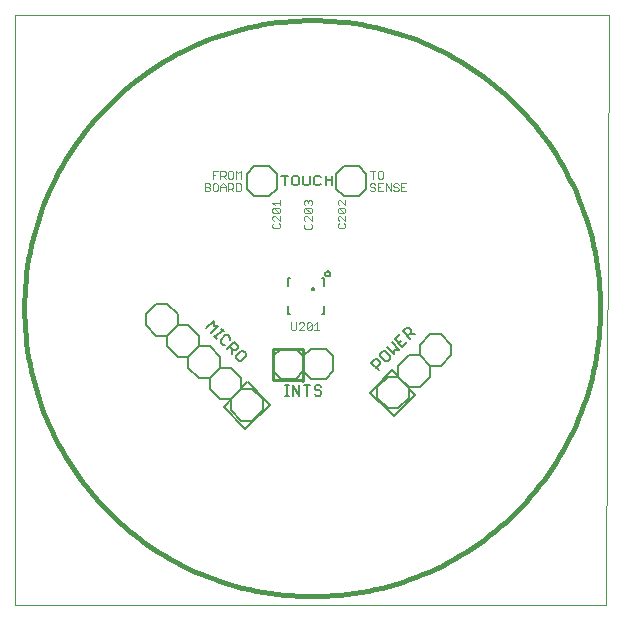
<source format=gto>
G75*
%MOIN*%
%OFA0B0*%
%FSLAX24Y24*%
%IPPOS*%
%LPD*%
%AMOC8*
5,1,8,0,0,1.08239X$1,22.5*
%
%ADD10C,0.0000*%
%ADD11C,0.0160*%
%ADD12C,0.0030*%
%ADD13C,0.0080*%
%ADD14C,0.0060*%
%ADD15C,0.0020*%
%ADD16C,0.0100*%
%ADD17C,0.0070*%
%ADD18C,0.0050*%
D10*
X000112Y000100D02*
X000100Y019777D01*
X019899Y019789D01*
X019797Y000100D01*
X000112Y000100D01*
D11*
X000411Y010000D02*
X000414Y010236D01*
X000423Y010471D01*
X000437Y010706D01*
X000457Y010941D01*
X000483Y011175D01*
X000515Y011409D01*
X000552Y011641D01*
X000595Y011873D01*
X000644Y012104D01*
X000699Y012333D01*
X000759Y012561D01*
X000824Y012787D01*
X000896Y013012D01*
X000972Y013234D01*
X001054Y013455D01*
X001142Y013674D01*
X001235Y013891D01*
X001333Y014105D01*
X001436Y014317D01*
X001545Y014526D01*
X001658Y014732D01*
X001777Y014936D01*
X001901Y015137D01*
X002029Y015334D01*
X002162Y015528D01*
X002300Y015719D01*
X002443Y015907D01*
X002590Y016091D01*
X002742Y016271D01*
X002898Y016448D01*
X003059Y016620D01*
X003223Y016789D01*
X003392Y016953D01*
X003564Y017114D01*
X003741Y017270D01*
X003921Y017422D01*
X004105Y017569D01*
X004293Y017712D01*
X004484Y017850D01*
X004678Y017983D01*
X004875Y018111D01*
X005076Y018235D01*
X005280Y018354D01*
X005486Y018467D01*
X005695Y018576D01*
X005907Y018679D01*
X006121Y018777D01*
X006338Y018870D01*
X006557Y018958D01*
X006778Y019040D01*
X007000Y019116D01*
X007225Y019188D01*
X007451Y019253D01*
X007679Y019313D01*
X007908Y019368D01*
X008139Y019417D01*
X008371Y019460D01*
X008603Y019497D01*
X008837Y019529D01*
X009071Y019555D01*
X009306Y019575D01*
X009541Y019589D01*
X009776Y019598D01*
X010012Y019601D01*
X010248Y019598D01*
X010483Y019589D01*
X010718Y019575D01*
X010953Y019555D01*
X011187Y019529D01*
X011421Y019497D01*
X011653Y019460D01*
X011885Y019417D01*
X012116Y019368D01*
X012345Y019313D01*
X012573Y019253D01*
X012799Y019188D01*
X013024Y019116D01*
X013246Y019040D01*
X013467Y018958D01*
X013686Y018870D01*
X013903Y018777D01*
X014117Y018679D01*
X014329Y018576D01*
X014538Y018467D01*
X014744Y018354D01*
X014948Y018235D01*
X015149Y018111D01*
X015346Y017983D01*
X015540Y017850D01*
X015731Y017712D01*
X015919Y017569D01*
X016103Y017422D01*
X016283Y017270D01*
X016460Y017114D01*
X016632Y016953D01*
X016801Y016789D01*
X016965Y016620D01*
X017126Y016448D01*
X017282Y016271D01*
X017434Y016091D01*
X017581Y015907D01*
X017724Y015719D01*
X017862Y015528D01*
X017995Y015334D01*
X018123Y015137D01*
X018247Y014936D01*
X018366Y014732D01*
X018479Y014526D01*
X018588Y014317D01*
X018691Y014105D01*
X018789Y013891D01*
X018882Y013674D01*
X018970Y013455D01*
X019052Y013234D01*
X019128Y013012D01*
X019200Y012787D01*
X019265Y012561D01*
X019325Y012333D01*
X019380Y012104D01*
X019429Y011873D01*
X019472Y011641D01*
X019509Y011409D01*
X019541Y011175D01*
X019567Y010941D01*
X019587Y010706D01*
X019601Y010471D01*
X019610Y010236D01*
X019613Y010000D01*
X019610Y009764D01*
X019601Y009529D01*
X019587Y009294D01*
X019567Y009059D01*
X019541Y008825D01*
X019509Y008591D01*
X019472Y008359D01*
X019429Y008127D01*
X019380Y007896D01*
X019325Y007667D01*
X019265Y007439D01*
X019200Y007213D01*
X019128Y006988D01*
X019052Y006766D01*
X018970Y006545D01*
X018882Y006326D01*
X018789Y006109D01*
X018691Y005895D01*
X018588Y005683D01*
X018479Y005474D01*
X018366Y005268D01*
X018247Y005064D01*
X018123Y004863D01*
X017995Y004666D01*
X017862Y004472D01*
X017724Y004281D01*
X017581Y004093D01*
X017434Y003909D01*
X017282Y003729D01*
X017126Y003552D01*
X016965Y003380D01*
X016801Y003211D01*
X016632Y003047D01*
X016460Y002886D01*
X016283Y002730D01*
X016103Y002578D01*
X015919Y002431D01*
X015731Y002288D01*
X015540Y002150D01*
X015346Y002017D01*
X015149Y001889D01*
X014948Y001765D01*
X014744Y001646D01*
X014538Y001533D01*
X014329Y001424D01*
X014117Y001321D01*
X013903Y001223D01*
X013686Y001130D01*
X013467Y001042D01*
X013246Y000960D01*
X013024Y000884D01*
X012799Y000812D01*
X012573Y000747D01*
X012345Y000687D01*
X012116Y000632D01*
X011885Y000583D01*
X011653Y000540D01*
X011421Y000503D01*
X011187Y000471D01*
X010953Y000445D01*
X010718Y000425D01*
X010483Y000411D01*
X010248Y000402D01*
X010012Y000399D01*
X009776Y000402D01*
X009541Y000411D01*
X009306Y000425D01*
X009071Y000445D01*
X008837Y000471D01*
X008603Y000503D01*
X008371Y000540D01*
X008139Y000583D01*
X007908Y000632D01*
X007679Y000687D01*
X007451Y000747D01*
X007225Y000812D01*
X007000Y000884D01*
X006778Y000960D01*
X006557Y001042D01*
X006338Y001130D01*
X006121Y001223D01*
X005907Y001321D01*
X005695Y001424D01*
X005486Y001533D01*
X005280Y001646D01*
X005076Y001765D01*
X004875Y001889D01*
X004678Y002017D01*
X004484Y002150D01*
X004293Y002288D01*
X004105Y002431D01*
X003921Y002578D01*
X003741Y002730D01*
X003564Y002886D01*
X003392Y003047D01*
X003223Y003211D01*
X003059Y003380D01*
X002898Y003552D01*
X002742Y003729D01*
X002590Y003909D01*
X002443Y004093D01*
X002300Y004281D01*
X002162Y004472D01*
X002029Y004666D01*
X001901Y004863D01*
X001777Y005064D01*
X001658Y005268D01*
X001545Y005474D01*
X001436Y005683D01*
X001333Y005895D01*
X001235Y006109D01*
X001142Y006326D01*
X001054Y006545D01*
X000972Y006766D01*
X000896Y006988D01*
X000824Y007213D01*
X000759Y007439D01*
X000699Y007667D01*
X000644Y007896D01*
X000595Y008127D01*
X000552Y008359D01*
X000515Y008591D01*
X000483Y008825D01*
X000457Y009059D01*
X000437Y009294D01*
X000423Y009529D01*
X000414Y009764D01*
X000411Y010000D01*
D12*
X008687Y012707D02*
X008728Y012665D01*
X008895Y012665D01*
X008937Y012707D01*
X008937Y012790D01*
X008895Y012832D01*
X008937Y012923D02*
X008770Y013090D01*
X008728Y013090D01*
X008687Y013048D01*
X008687Y012965D01*
X008728Y012923D01*
X008728Y012832D02*
X008687Y012790D01*
X008687Y012707D01*
X008937Y012923D02*
X008937Y013090D01*
X008895Y013181D02*
X008728Y013181D01*
X008687Y013222D01*
X008687Y013306D01*
X008728Y013347D01*
X008895Y013181D01*
X008937Y013222D01*
X008937Y013306D01*
X008895Y013347D01*
X008728Y013347D01*
X008770Y013438D02*
X008687Y013522D01*
X008937Y013522D01*
X008937Y013605D02*
X008937Y013438D01*
X009747Y013470D02*
X009747Y013554D01*
X009788Y013595D01*
X009830Y013595D01*
X009872Y013554D01*
X009913Y013595D01*
X009955Y013595D01*
X009997Y013554D01*
X009997Y013470D01*
X009955Y013428D01*
X009955Y013337D02*
X009997Y013296D01*
X009997Y013212D01*
X009955Y013171D01*
X009788Y013337D01*
X009955Y013337D01*
X009955Y013171D02*
X009788Y013171D01*
X009747Y013212D01*
X009747Y013296D01*
X009788Y013337D01*
X009788Y013428D02*
X009747Y013470D01*
X009872Y013512D02*
X009872Y013554D01*
X009830Y013080D02*
X009788Y013080D01*
X009747Y013038D01*
X009747Y012955D01*
X009788Y012913D01*
X009788Y012822D02*
X009747Y012780D01*
X009747Y012697D01*
X009788Y012655D01*
X009955Y012655D01*
X009997Y012697D01*
X009997Y012780D01*
X009955Y012822D01*
X009997Y012913D02*
X009830Y013080D01*
X009997Y013080D02*
X009997Y012913D01*
X010867Y012965D02*
X010908Y012923D01*
X010867Y012965D02*
X010867Y013048D01*
X010908Y013090D01*
X010950Y013090D01*
X011117Y012923D01*
X011117Y013090D01*
X011075Y013181D02*
X010908Y013181D01*
X010867Y013222D01*
X010867Y013306D01*
X010908Y013347D01*
X011075Y013181D01*
X011117Y013222D01*
X011117Y013306D01*
X011075Y013347D01*
X010908Y013347D01*
X010908Y013438D02*
X010867Y013480D01*
X010867Y013564D01*
X010908Y013605D01*
X010950Y013605D01*
X011117Y013438D01*
X011117Y013605D01*
X011075Y012832D02*
X011117Y012790D01*
X011117Y012707D01*
X011075Y012665D01*
X010908Y012665D01*
X010867Y012707D01*
X010867Y012790D01*
X010908Y012832D01*
X010164Y009525D02*
X010164Y009275D01*
X010247Y009275D02*
X010080Y009275D01*
X009989Y009317D02*
X009989Y009484D01*
X009822Y009317D01*
X009864Y009275D01*
X009948Y009275D01*
X009989Y009317D01*
X010080Y009442D02*
X010164Y009525D01*
X009989Y009484D02*
X009948Y009525D01*
X009864Y009525D01*
X009822Y009484D01*
X009822Y009317D01*
X009731Y009275D02*
X009565Y009275D01*
X009731Y009442D01*
X009731Y009484D01*
X009690Y009525D01*
X009606Y009525D01*
X009565Y009484D01*
X009474Y009525D02*
X009474Y009317D01*
X009432Y009275D01*
X009349Y009275D01*
X009307Y009317D01*
X009307Y009525D01*
D13*
X010447Y011150D02*
X010449Y011168D01*
X010454Y011185D01*
X010463Y011200D01*
X010475Y011213D01*
X010489Y011224D01*
X010506Y011231D01*
X010523Y011235D01*
X010541Y011235D01*
X010558Y011231D01*
X010574Y011224D01*
X010589Y011213D01*
X010601Y011200D01*
X010610Y011185D01*
X010615Y011168D01*
X010617Y011150D01*
X010615Y011132D01*
X010610Y011115D01*
X010601Y011100D01*
X010589Y011087D01*
X010575Y011076D01*
X010558Y011069D01*
X010541Y011065D01*
X010523Y011065D01*
X010506Y011069D01*
X010490Y011076D01*
X010475Y011087D01*
X010463Y011100D01*
X010454Y011115D01*
X010449Y011132D01*
X010447Y011150D01*
X010455Y014100D02*
X010455Y014420D01*
X010455Y014260D02*
X010669Y014260D01*
X010669Y014420D02*
X010669Y014100D01*
X010300Y014153D02*
X010247Y014100D01*
X010140Y014100D01*
X010087Y014153D01*
X010087Y014367D01*
X010140Y014420D01*
X010247Y014420D01*
X010300Y014367D01*
X009932Y014420D02*
X009932Y014153D01*
X009879Y014100D01*
X009772Y014100D01*
X009718Y014153D01*
X009718Y014420D01*
X009564Y014367D02*
X009564Y014153D01*
X009510Y014100D01*
X009404Y014100D01*
X009350Y014153D01*
X009350Y014367D01*
X009404Y014420D01*
X009510Y014420D01*
X009564Y014367D01*
X009195Y014420D02*
X008982Y014420D01*
X009089Y014420D02*
X009089Y014100D01*
X012672Y007930D02*
X013442Y007120D01*
X012732Y006400D01*
X011952Y007180D01*
X011942Y007190D02*
X012672Y007930D01*
X008612Y006790D02*
X007772Y005960D01*
X007062Y006710D01*
X007852Y007540D01*
X007872Y007550D02*
X008612Y006790D01*
D14*
X008356Y006963D02*
X008356Y006609D01*
X008003Y006255D01*
X007649Y006255D01*
X007296Y006609D01*
X007296Y006963D01*
X006942Y006963D01*
X006589Y007316D01*
X006589Y007670D01*
X006942Y008023D01*
X007296Y008023D01*
X007649Y007670D01*
X007649Y007316D01*
X008003Y007316D01*
X008356Y006963D01*
X007649Y007316D02*
X007296Y006963D01*
X006589Y007670D02*
X006235Y007670D01*
X005881Y008023D01*
X005881Y008377D01*
X005528Y008377D01*
X005174Y008730D01*
X005174Y009084D01*
X004821Y009084D01*
X004467Y009437D01*
X004467Y009791D01*
X004821Y010145D01*
X005174Y010145D01*
X005528Y009791D01*
X005528Y009437D01*
X005881Y009437D01*
X006235Y009084D01*
X006235Y008730D01*
X006589Y008730D01*
X006942Y008377D01*
X006942Y008023D01*
X007339Y008475D02*
X007339Y008635D01*
X007379Y008595D02*
X007259Y008716D01*
X007179Y008635D02*
X007419Y008876D01*
X007540Y008756D01*
X007540Y008676D01*
X007459Y008595D01*
X007379Y008595D01*
X007479Y008415D02*
X007479Y008335D01*
X007559Y008255D01*
X007640Y008255D01*
X007800Y008415D01*
X007800Y008495D01*
X007720Y008576D01*
X007640Y008576D01*
X007479Y008415D01*
X007119Y008776D02*
X007039Y008776D01*
X006958Y008856D01*
X006958Y008936D01*
X007119Y009096D01*
X007199Y009096D01*
X007279Y009016D01*
X007279Y008936D01*
X007066Y009230D02*
X006985Y009310D01*
X007025Y009270D02*
X006785Y009029D01*
X006825Y008989D02*
X006745Y009070D01*
X006645Y009170D02*
X006885Y009410D01*
X006725Y009410D01*
X006725Y009571D01*
X006484Y009330D01*
X006235Y008730D02*
X005881Y008377D01*
X005174Y009084D02*
X005528Y009437D01*
X008712Y008400D02*
X008712Y007900D01*
X008962Y007650D01*
X009462Y007650D01*
X009712Y007900D01*
X009712Y008400D01*
X009462Y008650D01*
X008962Y008650D01*
X008712Y008400D01*
X009712Y008400D02*
X009962Y008650D01*
X010462Y008650D01*
X010712Y008400D01*
X010712Y007900D01*
X010462Y007650D01*
X009962Y007650D01*
X009712Y007900D01*
X009726Y007430D02*
X009953Y007430D01*
X009839Y007430D02*
X009839Y007090D01*
X010094Y007147D02*
X010151Y007090D01*
X010264Y007090D01*
X010321Y007147D01*
X010321Y007203D01*
X010264Y007260D01*
X010151Y007260D01*
X010094Y007317D01*
X010094Y007374D01*
X010151Y007430D01*
X010264Y007430D01*
X010321Y007374D01*
X009584Y007430D02*
X009584Y007090D01*
X009357Y007430D01*
X009357Y007090D01*
X009225Y007090D02*
X009112Y007090D01*
X009169Y007090D02*
X009169Y007430D01*
X009225Y007430D02*
X009112Y007430D01*
X011981Y008183D02*
X012101Y008303D01*
X012182Y008303D01*
X012262Y008223D01*
X012262Y008143D01*
X012142Y008023D01*
X012222Y007942D02*
X011981Y008183D01*
X012282Y008403D02*
X012442Y008243D01*
X012522Y008243D01*
X012603Y008323D01*
X012603Y008403D01*
X012442Y008564D01*
X012362Y008564D01*
X012282Y008484D01*
X012282Y008403D01*
X012502Y008704D02*
X012743Y008463D01*
X012743Y008624D01*
X012903Y008624D01*
X012662Y008864D01*
X012762Y008964D02*
X013003Y008724D01*
X013164Y008884D01*
X013264Y008984D02*
X013023Y009225D01*
X013143Y009345D01*
X013223Y009345D01*
X013304Y009265D01*
X013304Y009185D01*
X013183Y009064D01*
X013264Y009145D02*
X013424Y009145D01*
X013589Y008784D02*
X013942Y009137D01*
X014296Y009137D01*
X014649Y008784D01*
X014649Y008430D01*
X014296Y008077D01*
X013942Y008077D01*
X013942Y007723D01*
X013589Y007370D01*
X013235Y007370D01*
X013235Y007016D01*
X012881Y006663D01*
X012528Y006663D01*
X012174Y007016D01*
X012174Y007370D01*
X012528Y007723D01*
X012881Y007723D01*
X012881Y008077D01*
X013235Y008430D01*
X013589Y008430D01*
X013589Y008784D01*
X013589Y008430D02*
X013942Y008077D01*
X013235Y007370D02*
X012881Y007723D01*
X012883Y008844D02*
X012963Y008924D01*
X012923Y009125D02*
X012762Y008964D01*
X011562Y013740D02*
X011062Y013740D01*
X010812Y013990D01*
X010812Y014490D01*
X011062Y014740D01*
X011562Y014740D01*
X011812Y014490D01*
X011812Y013990D01*
X011562Y013740D01*
X008822Y013980D02*
X008572Y013730D01*
X008072Y013730D01*
X007822Y013980D01*
X007822Y014480D01*
X008072Y014730D01*
X008572Y014730D01*
X008822Y014480D01*
X008822Y013980D01*
D15*
X007637Y013943D02*
X007637Y014117D01*
X007594Y014160D01*
X007464Y014160D01*
X007464Y013900D01*
X007594Y013900D01*
X007637Y013943D01*
X007637Y014320D02*
X007637Y014580D01*
X007551Y014493D01*
X007464Y014580D01*
X007464Y014320D01*
X007380Y014363D02*
X007380Y014537D01*
X007336Y014580D01*
X007250Y014580D01*
X007206Y014537D01*
X007206Y014363D01*
X007250Y014320D01*
X007336Y014320D01*
X007380Y014363D01*
X007336Y014160D02*
X007380Y014117D01*
X007380Y014030D01*
X007336Y013987D01*
X007206Y013987D01*
X007293Y013987D02*
X007380Y013900D01*
X007206Y013900D02*
X007206Y014160D01*
X007336Y014160D01*
X007122Y014073D02*
X007122Y013900D01*
X007122Y014030D02*
X006948Y014030D01*
X006948Y014073D02*
X007035Y014160D01*
X007122Y014073D01*
X006948Y014073D02*
X006948Y013900D01*
X006864Y013943D02*
X006821Y013900D01*
X006734Y013900D01*
X006691Y013943D01*
X006691Y014117D01*
X006734Y014160D01*
X006821Y014160D01*
X006864Y014117D01*
X006864Y013943D01*
X006606Y013943D02*
X006563Y013900D01*
X006433Y013900D01*
X006433Y014160D01*
X006563Y014160D01*
X006606Y014117D01*
X006606Y014073D01*
X006563Y014030D01*
X006433Y014030D01*
X006563Y014030D02*
X006606Y013987D01*
X006606Y013943D01*
X006691Y014320D02*
X006691Y014580D01*
X006864Y014580D01*
X006948Y014580D02*
X007078Y014580D01*
X007122Y014537D01*
X007122Y014450D01*
X007078Y014407D01*
X006948Y014407D01*
X006948Y014320D02*
X006948Y014580D01*
X007035Y014407D02*
X007122Y014320D01*
X006777Y014450D02*
X006691Y014450D01*
X011942Y014580D02*
X012115Y014580D01*
X012029Y014580D02*
X012029Y014320D01*
X012072Y014160D02*
X011985Y014160D01*
X011942Y014117D01*
X011942Y014073D01*
X011985Y014030D01*
X012072Y014030D01*
X012115Y013987D01*
X012115Y013943D01*
X012072Y013900D01*
X011985Y013900D01*
X011942Y013943D01*
X012115Y014117D02*
X012072Y014160D01*
X012200Y014160D02*
X012200Y013900D01*
X012373Y013900D01*
X012457Y013900D02*
X012457Y014160D01*
X012631Y013900D01*
X012631Y014160D01*
X012715Y014117D02*
X012759Y014160D01*
X012845Y014160D01*
X012889Y014117D01*
X012973Y014160D02*
X012973Y013900D01*
X013147Y013900D01*
X013060Y014030D02*
X012973Y014030D01*
X012889Y013987D02*
X012889Y013943D01*
X012845Y013900D01*
X012759Y013900D01*
X012715Y013943D01*
X012759Y014030D02*
X012845Y014030D01*
X012889Y013987D01*
X012759Y014030D02*
X012715Y014073D01*
X012715Y014117D01*
X012973Y014160D02*
X013147Y014160D01*
X012373Y014160D02*
X012200Y014160D01*
X012200Y014030D02*
X012286Y014030D01*
X012243Y014320D02*
X012330Y014320D01*
X012373Y014363D01*
X012373Y014537D01*
X012330Y014580D01*
X012243Y014580D01*
X012200Y014537D01*
X012200Y014363D01*
X012243Y014320D01*
D16*
X009712Y008630D02*
X008712Y008630D01*
X008712Y008650D01*
X008692Y008640D02*
X008692Y007610D01*
X009682Y007610D01*
X009682Y007590D01*
X009712Y007590D01*
X009712Y008630D01*
D17*
X009283Y009809D02*
X009221Y009809D01*
X009221Y010068D01*
X009221Y010732D02*
X009221Y010991D01*
X009283Y010991D01*
X010341Y010991D02*
X010402Y010991D01*
X010402Y010732D01*
X010402Y010068D02*
X010402Y009809D01*
X010341Y009809D01*
D18*
X010009Y010636D02*
X010011Y010648D01*
X010016Y010659D01*
X010025Y010668D01*
X010036Y010673D01*
X010048Y010675D01*
X010060Y010673D01*
X010071Y010668D01*
X010080Y010659D01*
X010085Y010648D01*
X010087Y010636D01*
X010085Y010624D01*
X010080Y010613D01*
X010071Y010604D01*
X010060Y010599D01*
X010048Y010597D01*
X010036Y010599D01*
X010025Y010604D01*
X010016Y010613D01*
X010011Y010624D01*
X010009Y010636D01*
M02*

</source>
